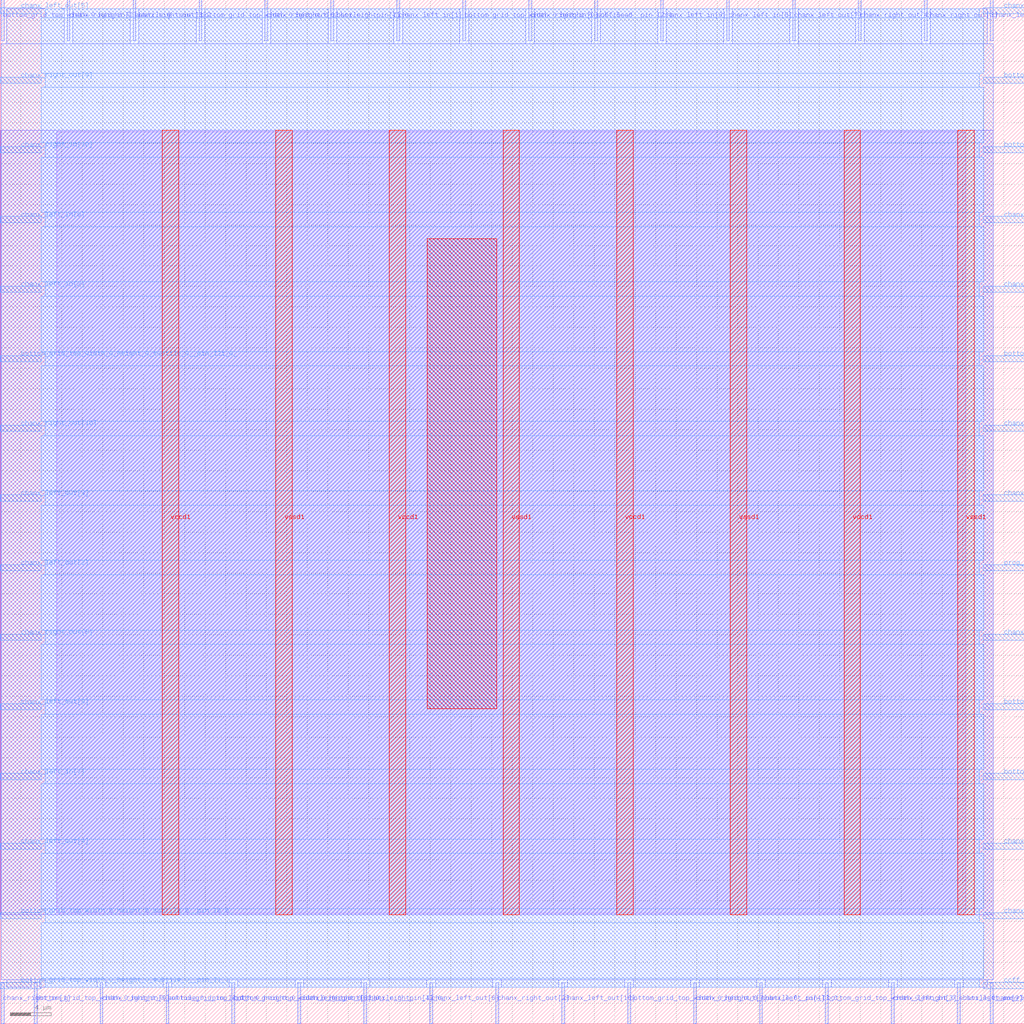
<source format=lef>
VERSION 5.7 ;
  NOWIREEXTENSIONATPIN ON ;
  DIVIDERCHAR "/" ;
  BUSBITCHARS "[]" ;
MACRO cbx_1__1_
  CLASS BLOCK ;
  FOREIGN cbx_1__1_ ;
  ORIGIN 0.000 0.000 ;
  SIZE 100.000 BY 100.000 ;
  PIN bottom_grid_top_width_0_height_0_subtile_0__pin_I0_0_
    PORT
      LAYER met3 ;
        RECT 0.000 10.240 4.000 10.840 ;
    END
  END bottom_grid_top_width_0_height_0_subtile_0__pin_I0_0_
  PIN bottom_grid_top_width_0_height_0_subtile_0__pin_I0_1_
    PORT
      LAYER met3 ;
        RECT 96.000 85.040 100.000 85.640 ;
    END
  END bottom_grid_top_width_0_height_0_subtile_0__pin_I0_1_
  PIN bottom_grid_top_width_0_height_0_subtile_0__pin_I0_2_
    PORT
      LAYER met2 ;
        RECT 80.590 0.000 80.870 4.000 ;
    END
  END bottom_grid_top_width_0_height_0_subtile_0__pin_I0_2_
  PIN bottom_grid_top_width_0_height_0_subtile_0__pin_I0i_0_
    PORT
      LAYER met3 ;
        RECT 96.000 91.840 100.000 92.440 ;
    END
  END bottom_grid_top_width_0_height_0_subtile_0__pin_I0i_0_
  PIN bottom_grid_top_width_0_height_0_subtile_0__pin_I1_0_
    PORT
      LAYER met2 ;
        RECT 19.410 96.000 19.690 100.000 ;
    END
  END bottom_grid_top_width_0_height_0_subtile_0__pin_I1_0_
  PIN bottom_grid_top_width_0_height_0_subtile_0__pin_I1_1_
    PORT
      LAYER met3 ;
        RECT 0.000 3.440 4.000 4.040 ;
    END
  END bottom_grid_top_width_0_height_0_subtile_0__pin_I1_1_
  PIN bottom_grid_top_width_0_height_0_subtile_0__pin_I1_2_
    PORT
      LAYER met3 ;
        RECT 96.000 30.640 100.000 31.240 ;
    END
  END bottom_grid_top_width_0_height_0_subtile_0__pin_I1_2_
  PIN bottom_grid_top_width_0_height_0_subtile_0__pin_I1i_0_
    PORT
      LAYER met3 ;
        RECT 96.000 64.640 100.000 65.240 ;
    END
  END bottom_grid_top_width_0_height_0_subtile_0__pin_I1i_0_
  PIN bottom_grid_top_width_0_height_0_subtile_0__pin_I2_0_
    PORT
      LAYER met2 ;
        RECT 22.630 0.000 22.910 4.000 ;
    END
  END bottom_grid_top_width_0_height_0_subtile_0__pin_I2_0_
  PIN bottom_grid_top_width_0_height_0_subtile_0__pin_I2_1_
    PORT
      LAYER met2 ;
        RECT 45.170 96.000 45.450 100.000 ;
    END
  END bottom_grid_top_width_0_height_0_subtile_0__pin_I2_1_
  PIN bottom_grid_top_width_0_height_0_subtile_0__pin_I2_2_
    PORT
      LAYER met3 ;
        RECT 96.000 23.840 100.000 24.440 ;
    END
  END bottom_grid_top_width_0_height_0_subtile_0__pin_I2_2_
  PIN bottom_grid_top_width_0_height_0_subtile_0__pin_I2i_0_
    PORT
      LAYER met3 ;
        RECT 0.000 64.640 4.000 65.240 ;
    END
  END bottom_grid_top_width_0_height_0_subtile_0__pin_I2i_0_
  PIN bottom_grid_top_width_0_height_0_subtile_0__pin_I3_0_
    PORT
      LAYER met2 ;
        RECT 61.270 0.000 61.550 4.000 ;
    END
  END bottom_grid_top_width_0_height_0_subtile_0__pin_I3_0_
  PIN bottom_grid_top_width_0_height_0_subtile_0__pin_I3_1_
    PORT
      LAYER met2 ;
        RECT 3.310 0.000 3.590 4.000 ;
    END
  END bottom_grid_top_width_0_height_0_subtile_0__pin_I3_1_
  PIN bottom_grid_top_width_0_height_0_subtile_0__pin_I3_2_
    PORT
      LAYER met2 ;
        RECT 0.090 96.000 0.370 100.000 ;
    END
  END bottom_grid_top_width_0_height_0_subtile_0__pin_I3_2_
  PIN bottom_grid_top_width_0_height_0_subtile_0__pin_I3i_0_
    PORT
      LAYER met2 ;
        RECT 16.190 0.000 16.470 4.000 ;
    END
  END bottom_grid_top_width_0_height_0_subtile_0__pin_I3i_0_
  PIN ccff_head
    PORT
      LAYER met2 ;
        RECT 58.050 96.000 58.330 100.000 ;
    END
  END ccff_head
  PIN ccff_tail
    PORT
      LAYER met3 ;
        RECT 96.000 3.440 100.000 4.040 ;
    END
  END ccff_tail
  PIN chanx_left_in[0]
    PORT
      LAYER met3 ;
        RECT 0.000 78.240 4.000 78.840 ;
    END
  END chanx_left_in[0]
  PIN chanx_left_in[10]
    PORT
      LAYER met3 ;
        RECT 96.000 57.840 100.000 58.440 ;
    END
  END chanx_left_in[10]
  PIN chanx_left_in[1]
    PORT
      LAYER met2 ;
        RECT 38.730 96.000 39.010 100.000 ;
    END
  END chanx_left_in[1]
  PIN chanx_left_in[2]
    PORT
      LAYER met3 ;
        RECT 0.000 71.440 4.000 72.040 ;
    END
  END chanx_left_in[2]
  PIN chanx_left_in[3]
    PORT
      LAYER met2 ;
        RECT 87.030 0.000 87.310 4.000 ;
    END
  END chanx_left_in[3]
  PIN chanx_left_in[4]
    PORT
      LAYER met2 ;
        RECT 74.150 0.000 74.430 4.000 ;
    END
  END chanx_left_in[4]
  PIN chanx_left_in[5]
    PORT
      LAYER met2 ;
        RECT 70.930 96.000 71.210 100.000 ;
    END
  END chanx_left_in[5]
  PIN chanx_left_in[6]
    PORT
      LAYER met3 ;
        RECT 96.000 71.440 100.000 72.040 ;
    END
  END chanx_left_in[6]
  PIN chanx_left_in[7]
    PORT
      LAYER met3 ;
        RECT 0.000 23.840 4.000 24.440 ;
    END
  END chanx_left_in[7]
  PIN chanx_left_in[8]
    PORT
      LAYER met2 ;
        RECT 64.490 96.000 64.770 100.000 ;
    END
  END chanx_left_in[8]
  PIN chanx_left_in[9]
    PORT
      LAYER met2 ;
        RECT 93.470 0.000 93.750 4.000 ;
    END
  END chanx_left_in[9]
  PIN chanx_left_out[0]
    PORT
      LAYER met3 ;
        RECT 96.000 10.240 100.000 10.840 ;
    END
  END chanx_left_out[0]
  PIN chanx_left_out[10]
    PORT
      LAYER met2 ;
        RECT 54.830 0.000 55.110 4.000 ;
    END
  END chanx_left_out[10]
  PIN chanx_left_out[1]
    PORT
      LAYER met3 ;
        RECT 96.000 17.040 100.000 17.640 ;
    END
  END chanx_left_out[1]
  PIN chanx_left_out[2]
    PORT
      LAYER met3 ;
        RECT 0.000 44.240 4.000 44.840 ;
    END
  END chanx_left_out[2]
  PIN chanx_left_out[3]
    PORT
      LAYER met3 ;
        RECT 0.000 51.040 4.000 51.640 ;
    END
  END chanx_left_out[3]
  PIN chanx_left_out[4]
    PORT
      LAYER met3 ;
        RECT 0.000 17.040 4.000 17.640 ;
    END
  END chanx_left_out[4]
  PIN chanx_left_out[5]
    PORT
      LAYER met3 ;
        RECT 0.000 98.640 4.000 99.240 ;
    END
  END chanx_left_out[5]
  PIN chanx_left_out[6]
    PORT
      LAYER met2 ;
        RECT 41.950 0.000 42.230 4.000 ;
    END
  END chanx_left_out[6]
  PIN chanx_left_out[7]
    PORT
      LAYER met2 ;
        RECT 77.370 96.000 77.650 100.000 ;
    END
  END chanx_left_out[7]
  PIN chanx_left_out[8]
    PORT
      LAYER met2 ;
        RECT 96.690 96.000 96.970 100.000 ;
    END
  END chanx_left_out[8]
  PIN chanx_left_out[9]
    PORT
      LAYER met3 ;
        RECT 0.000 30.640 4.000 31.240 ;
    END
  END chanx_left_out[9]
  PIN chanx_right_in[0]
    PORT
      LAYER met2 ;
        RECT 51.610 96.000 51.890 100.000 ;
    END
  END chanx_right_in[0]
  PIN chanx_right_in[10]
    PORT
      LAYER met3 ;
        RECT 0.000 85.040 4.000 85.640 ;
    END
  END chanx_right_in[10]
  PIN chanx_right_in[1]
    PORT
      LAYER met2 ;
        RECT 0.090 0.000 0.370 4.000 ;
    END
  END chanx_right_in[1]
  PIN chanx_right_in[2]
    PORT
      LAYER met2 ;
        RECT 6.530 96.000 6.810 100.000 ;
    END
  END chanx_right_in[2]
  PIN chanx_right_in[3]
    PORT
      LAYER met3 ;
        RECT 96.000 98.640 100.000 99.240 ;
    END
  END chanx_right_in[3]
  PIN chanx_right_in[4]
    PORT
      LAYER met2 ;
        RECT 35.510 0.000 35.790 4.000 ;
    END
  END chanx_right_in[4]
  PIN chanx_right_in[5]
    PORT
      LAYER met3 ;
        RECT 96.000 78.240 100.000 78.840 ;
    END
  END chanx_right_in[5]
  PIN chanx_right_in[6]
    PORT
      LAYER met2 ;
        RECT 96.690 0.000 96.970 4.000 ;
    END
  END chanx_right_in[6]
  PIN chanx_right_in[7]
    PORT
      LAYER met2 ;
        RECT 32.290 96.000 32.570 100.000 ;
    END
  END chanx_right_in[7]
  PIN chanx_right_in[8]
    PORT
      LAYER met3 ;
        RECT 96.000 37.440 100.000 38.040 ;
    END
  END chanx_right_in[8]
  PIN chanx_right_in[9]
    PORT
      LAYER met2 ;
        RECT 9.750 0.000 10.030 4.000 ;
    END
  END chanx_right_in[9]
  PIN chanx_right_out[0]
    PORT
      LAYER met2 ;
        RECT 29.070 0.000 29.350 4.000 ;
    END
  END chanx_right_out[0]
  PIN chanx_right_out[10]
    PORT
      LAYER met3 ;
        RECT 0.000 57.840 4.000 58.440 ;
    END
  END chanx_right_out[10]
  PIN chanx_right_out[1]
    PORT
      LAYER met3 ;
        RECT 96.000 51.040 100.000 51.640 ;
    END
  END chanx_right_out[1]
  PIN chanx_right_out[2]
    PORT
      LAYER met2 ;
        RECT 48.390 0.000 48.670 4.000 ;
    END
  END chanx_right_out[2]
  PIN chanx_right_out[3]
    PORT
      LAYER met2 ;
        RECT 90.250 96.000 90.530 100.000 ;
    END
  END chanx_right_out[3]
  PIN chanx_right_out[4]
    PORT
      LAYER met2 ;
        RECT 83.810 96.000 84.090 100.000 ;
    END
  END chanx_right_out[4]
  PIN chanx_right_out[5]
    PORT
      LAYER met2 ;
        RECT 12.970 96.000 13.250 100.000 ;
    END
  END chanx_right_out[5]
  PIN chanx_right_out[6]
    PORT
      LAYER met2 ;
        RECT 25.850 96.000 26.130 100.000 ;
    END
  END chanx_right_out[6]
  PIN chanx_right_out[7]
    PORT
      LAYER met2 ;
        RECT 67.710 0.000 67.990 4.000 ;
    END
  END chanx_right_out[7]
  PIN chanx_right_out[8]
    PORT
      LAYER met3 ;
        RECT 0.000 37.440 4.000 38.040 ;
    END
  END chanx_right_out[8]
  PIN chanx_right_out[9]
    PORT
      LAYER met3 ;
        RECT 0.000 91.840 4.000 92.440 ;
    END
  END chanx_right_out[9]
  PIN prog_clk
    PORT
      LAYER met3 ;
        RECT 96.000 44.240 100.000 44.840 ;
    END
  END prog_clk
  PIN vccd1
    PORT
      LAYER met4 ;
        RECT 82.400 10.640 84.000 87.280 ;
    END
    PORT
      LAYER met4 ;
        RECT 60.205 10.640 61.805 87.280 ;
    END
    PORT
      LAYER met4 ;
        RECT 38.010 10.640 39.610 87.280 ;
    END
    PORT
      LAYER met4 ;
        RECT 15.815 10.640 17.415 87.280 ;
    END
  END vccd1
  PIN vssd1
    PORT
      LAYER met4 ;
        RECT 93.495 10.640 95.095 87.280 ;
    END
    PORT
      LAYER met4 ;
        RECT 71.300 10.640 72.900 87.280 ;
    END
    PORT
      LAYER met4 ;
        RECT 49.105 10.640 50.705 87.280 ;
    END
    PORT
      LAYER met4 ;
        RECT 26.910 10.640 28.510 87.280 ;
    END
  END vssd1
  OBS
      LAYER li1 ;
        RECT 5.520 10.795 94.300 87.125 ;
      LAYER met1 ;
        RECT 0.070 10.640 96.990 87.280 ;
      LAYER met2 ;
        RECT 0.650 95.720 6.250 99.125 ;
        RECT 7.090 95.720 12.690 99.125 ;
        RECT 13.530 95.720 19.130 99.125 ;
        RECT 19.970 95.720 25.570 99.125 ;
        RECT 26.410 95.720 32.010 99.125 ;
        RECT 32.850 95.720 38.450 99.125 ;
        RECT 39.290 95.720 44.890 99.125 ;
        RECT 45.730 95.720 51.330 99.125 ;
        RECT 52.170 95.720 57.770 99.125 ;
        RECT 58.610 95.720 64.210 99.125 ;
        RECT 65.050 95.720 70.650 99.125 ;
        RECT 71.490 95.720 77.090 99.125 ;
        RECT 77.930 95.720 83.530 99.125 ;
        RECT 84.370 95.720 89.970 99.125 ;
        RECT 90.810 95.720 96.410 99.125 ;
        RECT 0.100 4.280 96.960 95.720 ;
        RECT 0.650 3.555 3.030 4.280 ;
        RECT 3.870 3.555 9.470 4.280 ;
        RECT 10.310 3.555 15.910 4.280 ;
        RECT 16.750 3.555 22.350 4.280 ;
        RECT 23.190 3.555 28.790 4.280 ;
        RECT 29.630 3.555 35.230 4.280 ;
        RECT 36.070 3.555 41.670 4.280 ;
        RECT 42.510 3.555 48.110 4.280 ;
        RECT 48.950 3.555 54.550 4.280 ;
        RECT 55.390 3.555 60.990 4.280 ;
        RECT 61.830 3.555 67.430 4.280 ;
        RECT 68.270 3.555 73.870 4.280 ;
        RECT 74.710 3.555 80.310 4.280 ;
        RECT 81.150 3.555 86.750 4.280 ;
        RECT 87.590 3.555 93.190 4.280 ;
        RECT 94.030 3.555 96.410 4.280 ;
      LAYER met3 ;
        RECT 4.400 98.240 95.600 99.105 ;
        RECT 4.000 92.840 96.060 98.240 ;
        RECT 4.400 91.440 95.600 92.840 ;
        RECT 4.000 86.040 96.060 91.440 ;
        RECT 4.400 84.640 95.600 86.040 ;
        RECT 4.000 79.240 96.060 84.640 ;
        RECT 4.400 77.840 95.600 79.240 ;
        RECT 4.000 72.440 96.060 77.840 ;
        RECT 4.400 71.040 95.600 72.440 ;
        RECT 4.000 65.640 96.060 71.040 ;
        RECT 4.400 64.240 95.600 65.640 ;
        RECT 4.000 58.840 96.060 64.240 ;
        RECT 4.400 57.440 95.600 58.840 ;
        RECT 4.000 52.040 96.060 57.440 ;
        RECT 4.400 50.640 95.600 52.040 ;
        RECT 4.000 45.240 96.060 50.640 ;
        RECT 4.400 43.840 95.600 45.240 ;
        RECT 4.000 38.440 96.060 43.840 ;
        RECT 4.400 37.040 95.600 38.440 ;
        RECT 4.000 31.640 96.060 37.040 ;
        RECT 4.400 30.240 95.600 31.640 ;
        RECT 4.000 24.840 96.060 30.240 ;
        RECT 4.400 23.440 95.600 24.840 ;
        RECT 4.000 18.040 96.060 23.440 ;
        RECT 4.400 16.640 95.600 18.040 ;
        RECT 4.000 11.240 96.060 16.640 ;
        RECT 4.400 9.840 95.600 11.240 ;
        RECT 4.000 4.440 96.060 9.840 ;
        RECT 4.400 3.575 95.600 4.440 ;
      LAYER met4 ;
        RECT 41.695 30.775 48.465 76.665 ;
  END
END cbx_1__1_
END LIBRARY


</source>
